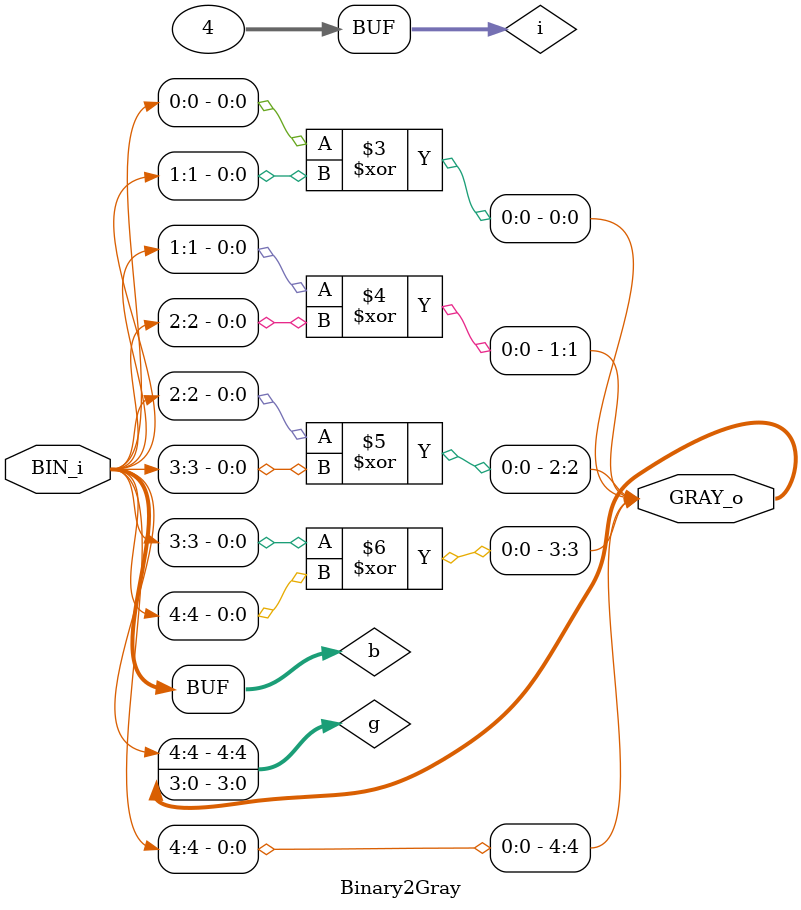
<source format=v>
`timescale 1ns / 1ps

module Binary2Gray #(
    parameter WIDTH=5
) (
    input [WIDTH-1:0] BIN_i,
    output [WIDTH-1:0] GRAY_o
);
reg [WIDTH-1:0] g;
wire [WIDTH-1:0] b;
integer i;

assign b = BIN_i;
assign GRAY_o = g;

always @(*) begin
    g[WIDTH-1] <= b[WIDTH-1];
    for(i=0;i<WIDTH-1;i=i+1)
        g[i] <= b[i]^b[i+1];
end
//assign g[4] = b[4];
//assign g[3] = b[3]^b[4];
//assign g[2] = b[2]^b[3];
//assign g[1] = b[1]^b[2];
//assign g[0] = b[0]^b[1];
    
endmodule

</source>
